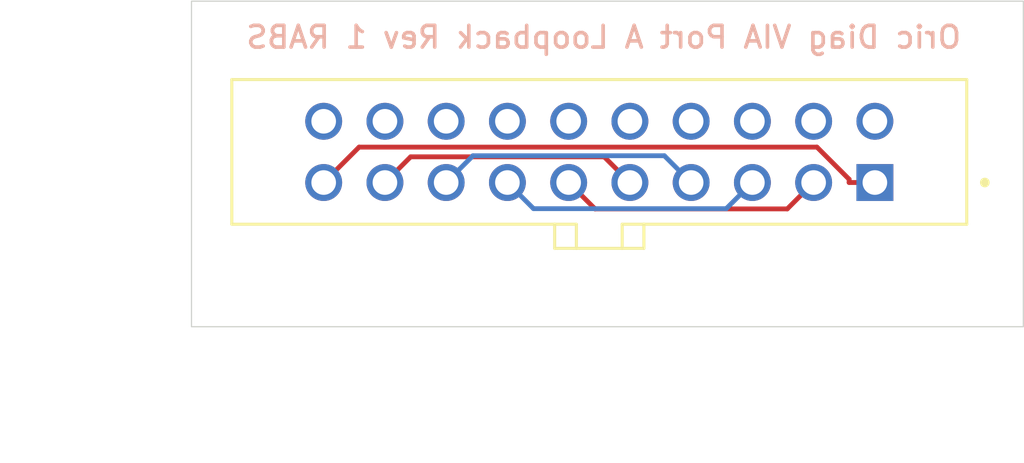
<source format=kicad_pcb>
(kicad_pcb (version 20241229) (generator "pcbnew") (generator_version "9.0")
  (title_block (date "2025-10-17") (rev "1") (comment 2 "This is a redrwan Schematic of Mike Brown's Oric Diag Board"))
  (layers (0 "F.Cu" signal) (2 "B.Cu" signal) (13 "F.Paste" user) (15 "B.Paste" user) (5 "F.SilkS" user "F.Silkscreen") (7 "B.SilkS" user "B.Silkscreen") (1 "F.Mask" user) (3 "B.Mask" user) (25 "Edge.Cuts" user))
  (net 0 "")
  (net 1 "Net-(J6-Pin_11)")
  (net 5 "Net-(J6-Pin_13)")
  (net 10 "Net-(J6-Pin_17)")
  (net 13 "Net-(J6-Pin_1)")
  (net 15 "Net-(J6-Pin_15)")
  (footprint "IDC-20-Way-Socket:SULLINS_SFH11-PBPC-D10-ST-BK" (layer "F.Cu") (at 96.9125 65.23)
    (property "Reference" "J6" (hide yes))
    (property "Value" "Conn_02x10_Odd_Even" (hide yes))
    (fp_line (start -15.24 -3) (end 15.24 -3) (stroke (width 0.127)) (layer "F.SilkS"))
    (fp_line (start -15.24 3) (end -15.24 -3) (stroke (width 0.127)) (layer "F.SilkS"))
    (fp_line (start -1.85 3) (end -15.24 3) (stroke (width 0.127)) (layer "F.SilkS"))
    (fp_line (start -1.85 3) (end -1.85 4) (stroke (width 0.127)) (layer "F.SilkS"))
    (fp_line (start -1.85 3) (end -0.95 3) (stroke (width 0.127)) (layer "F.SilkS"))
    (fp_line (start -1.85 4) (end -0.95 4) (stroke (width 0.127)) (layer "F.SilkS"))
    (fp_line (start -0.95 3) (end -0.95 4) (stroke (width 0.127)) (layer "F.SilkS"))
    (fp_line (start -0.95 4) (end 0.95 4) (stroke (width 0.127)) (layer "F.SilkS"))
    (fp_line (start 0.95 3) (end 0.95 4) (stroke (width 0.127)) (layer "F.SilkS"))
    (fp_line (start 0.95 4) (end 1.85 4) (stroke (width 0.127)) (layer "F.SilkS"))
    (fp_line (start 1.85 3) (end 0.95 3) (stroke (width 0.127)) (layer "F.SilkS"))
    (fp_line (start 1.85 3) (end 15.24 3) (stroke (width 0.127)) (layer "F.SilkS"))
    (fp_line (start 1.85 4) (end 1.85 3) (stroke (width 0.127)) (layer "F.SilkS"))
    (fp_line (start 15.24 -3) (end 15.24 3) (stroke (width 0.127)) (layer "F.SilkS"))
    (fp_circle (center 15.99 1.27) (end 16.09 1.27) (stroke (width 0.2)) (fill no) (layer "F.SilkS"))
    (pad "1" thru_hole rect (at 11.43 1.27) (size 1.53 1.53) (drill 1.02) (layers "*.Cu" "*.Mask") (net 13 "Net-(J6-Pin_1)"))
    (pad "2" thru_hole circle (at 11.43 -1.27) (size 1.53 1.53) (drill 1.02) (layers "*.Cu" "*.Mask"))
    (pad "3" thru_hole circle (at 8.89 1.27) (size 1.53 1.53) (drill 1.02) (layers "*.Cu" "*.Mask") (net 1 "Net-(J6-Pin_11)"))
    (pad "4" thru_hole circle (at 8.89 -1.27) (size 1.53 1.53) (drill 1.02) (layers "*.Cu" "*.Mask"))
    (pad "5" thru_hole circle (at 6.35 1.27) (size 1.53 1.53) (drill 1.02) (layers "*.Cu" "*.Mask") (net 5 "Net-(J6-Pin_13)"))
    (pad "6" thru_hole circle (at 6.35 -1.27) (size 1.53 1.53) (drill 1.02) (layers "*.Cu" "*.Mask"))
    (pad "7" thru_hole circle (at 3.81 1.27) (size 1.53 1.53) (drill 1.02) (layers "*.Cu" "*.Mask") (net 15 "Net-(J6-Pin_15)"))
    (pad "8" thru_hole circle (at 3.81 -1.27) (size 1.53 1.53) (drill 1.02) (layers "*.Cu" "*.Mask"))
    (pad "9" thru_hole circle (at 1.27 1.27) (size 1.53 1.53) (drill 1.02) (layers "*.Cu" "*.Mask") (net 10 "Net-(J6-Pin_17)"))
    (pad "10" thru_hole circle (at 1.27 -1.27) (size 1.53 1.53) (drill 1.02) (layers "*.Cu" "*.Mask"))
    (pad "11" thru_hole circle (at -1.27 1.27) (size 1.53 1.53) (drill 1.02) (layers "*.Cu" "*.Mask") (net 1 "Net-(J6-Pin_11)"))
    (pad "12" thru_hole circle (at -1.27 -1.27) (size 1.53 1.53) (drill 1.02) (layers "*.Cu" "*.Mask"))
    (pad "13" thru_hole circle (at -3.81 1.27) (size 1.53 1.53) (drill 1.02) (layers "*.Cu" "*.Mask") (net 5 "Net-(J6-Pin_13)"))
    (pad "14" thru_hole circle (at -3.81 -1.27) (size 1.53 1.53) (drill 1.02) (layers "*.Cu" "*.Mask"))
    (pad "15" thru_hole circle (at -6.35 1.27) (size 1.53 1.53) (drill 1.02) (layers "*.Cu" "*.Mask") (net 15 "Net-(J6-Pin_15)"))
    (pad "16" thru_hole circle (at -6.35 -1.27) (size 1.53 1.53) (drill 1.02) (layers "*.Cu" "*.Mask"))
    (pad "17" thru_hole circle (at -8.89 1.27) (size 1.53 1.53) (drill 1.02) (layers "*.Cu" "*.Mask") (net 10 "Net-(J6-Pin_17)"))
    (pad "18" thru_hole circle (at -8.89 -1.27) (size 1.53 1.53) (drill 1.02) (layers "*.Cu" "*.Mask"))
    (pad "19" thru_hole circle (at -11.43 1.27) (size 1.53 1.53) (drill 1.02) (layers "*.Cu" "*.Mask") (net 13 "Net-(J6-Pin_1)"))
    (pad "20" thru_hole circle (at -11.43 -1.27) (size 1.53 1.53) (drill 1.02) (layers "*.Cu" "*.Mask"))
  )
  (gr_rect (start 80 58.98) (end 114.5 72.48) (stroke (width 0.05)) (fill no) (layer "Edge.Cuts"))
  (gr_text "Oric Diag VIA Port A Loopback Rev 1 RABS" (at 112 61 -0) (layer "B.SilkS") (effects (font (size 0.9 0.9)) (justify left bottom mirror)))
  (segment (start 104.7086 67.5939) (end 105.8025 66.5) (width 0.2) (layer "F.Cu") (net 1))
  (segment (start 96.7364 67.5939) (end 104.7086 67.5939) (width 0.2) (layer "F.Cu") (net 1))
  (segment (start 95.6425 66.5) (end 96.7364 67.5939) (width 0.2) (layer "F.Cu") (net 1))
  (segment (start 102.1786 67.5839) (end 103.2625 66.5) (width 0.2) (layer "B.Cu") (net 5))
  (segment (start 93.1025 66.5) (end 94.1864 67.5839) (width 0.2) (layer "B.Cu") (net 5))
  (segment (start 94.1864 67.5839) (end 102.1786 67.5839) (width 0.2) (layer "B.Cu") (net 5))
  (segment (start 97.1158 65.4333) (end 98.1825 66.5) (width 0.2) (layer "F.Cu") (net 10))
  (segment (start 89.0892 65.4333) (end 97.1158 65.4333) (width 0.2) (layer "F.Cu") (net 10))
  (segment (start 88.0225 66.5) (end 89.0892 65.4333) (width 0.2) (layer "F.Cu") (net 10))
  (segment (start 107.2758 66.3665) (end 105.9409 65.0316) (width 0.2) (layer "F.Cu") (net 13))
  (segment (start 86.9509 65.0316) (end 85.4825 66.5) (width 0.2) (layer "F.Cu") (net 13))
  (segment (start 107.2758 66.5) (end 107.2758 66.3665) (width 0.2) (layer "F.Cu") (net 13))
  (segment (start 108.3425 66.5) (end 107.2758 66.5) (width 0.2) (layer "F.Cu") (net 13))
  (segment (start 105.9409 65.0316) (end 86.9509 65.0316) (width 0.2) (layer "F.Cu") (net 13))
  (segment (start 90.5625 66.5) (end 91.6738 65.3887) (width 0.2) (layer "B.Cu") (net 15))
  (segment (start 99.6112 65.3887) (end 100.7225 66.5) (width 0.2) (layer "B.Cu") (net 15))
  (segment (start 91.6738 65.3887) (end 99.6112 65.3887) (width 0.2) (layer "B.Cu") (net 15))
)
</source>
